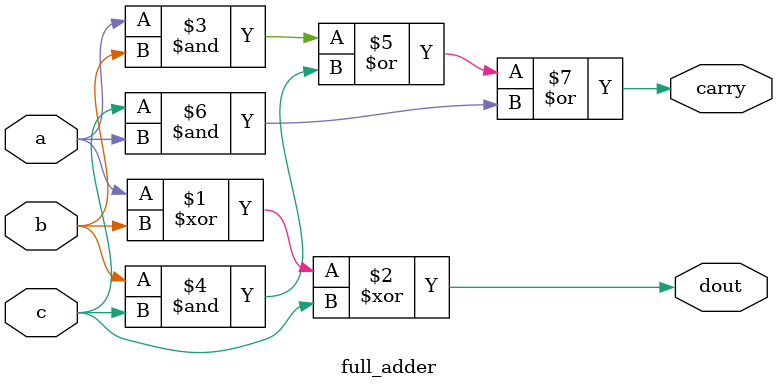
<source format=v>
module adder_subtractor(a,b,sel,dout,carry_borrow);
input [3:0] a ;
input [3:0] b ;
input wire sel ;
output [3:0] dout ;
output carry_borrow;

wire [2:0]s;
wire [3:0]l;
assign l[0] = b[0] ^ sel;
assign l[1] = b[1] ^ sel;
assign l[2] = b[2] ^ sel;
assign l[3] = b[3] ^ sel;
full_adder f1(a[0],l[0],sel,dout[0],s[0]);
full_adder f2(a[1],l[1],s[0],dout[1],s[1]);
full_adder f3(a[2],l[2],s[1],dout[2],s[2]);
full_adder f4(a[3],l[3],s[2],dout[3],carry_borrow);

endmodule

module full_adder ( a ,b ,c ,dout ,carry );
input a ;
input b ;
input c ;
output dout ;
output carry ;

assign dout = a ^ b ^ c;
assign carry = (a&b) | (b&c) | (c&a);
endmodule




</source>
